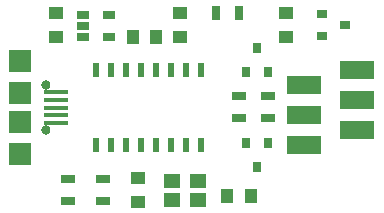
<source format=gbr>
G04 #@! TF.FileFunction,Soldermask,Top*
%FSLAX46Y46*%
G04 Gerber Fmt 4.6, Leading zero omitted, Abs format (unit mm)*
G04 Created by KiCad (PCBNEW 4.0.7-e2-6376~58~ubuntu16.04.1) date Sun Mar  4 02:19:13 2018*
%MOMM*%
%LPD*%
G01*
G04 APERTURE LIST*
%ADD10C,0.100000*%
%ADD11R,1.250000X1.000000*%
%ADD12R,1.000000X1.250000*%
%ADD13R,0.700000X1.300000*%
%ADD14R,1.897380X1.897380*%
%ADD15R,2.000000X0.398780*%
%ADD16C,0.797560*%
%ADD17R,0.800000X0.900000*%
%ADD18R,1.300000X0.700000*%
%ADD19R,1.060000X0.650000*%
%ADD20R,0.508000X1.143000*%
%ADD21R,1.400000X1.150000*%
%ADD22R,3.000000X1.500000*%
%ADD23R,0.900000X0.800000*%
G04 APERTURE END LIST*
D10*
D11*
X139500000Y-106000000D03*
X139500000Y-104000000D03*
D12*
X146000000Y-106000000D03*
X148000000Y-106000000D03*
D11*
X150000000Y-104000000D03*
X150000000Y-106000000D03*
X159000000Y-104000000D03*
X159000000Y-106000000D03*
X146500000Y-120000000D03*
X146500000Y-118000000D03*
D12*
X156000000Y-119500000D03*
X154000000Y-119500000D03*
D13*
X155000000Y-104000000D03*
X153100000Y-104000000D03*
D14*
X136500000Y-110801120D03*
X136500000Y-113198880D03*
X136500000Y-115949700D03*
X136500000Y-108050300D03*
D15*
X139500000Y-110699520D03*
X139500000Y-111352300D03*
X139500000Y-112000000D03*
X139500000Y-112647700D03*
X139500000Y-113300480D03*
D16*
X138646300Y-113897380D03*
X138648840Y-110100080D03*
D17*
X155600000Y-109000000D03*
X157500000Y-109000000D03*
X156550000Y-107000000D03*
X157500000Y-115000000D03*
X155600000Y-115000000D03*
X156550000Y-117000000D03*
D18*
X140500000Y-119950000D03*
X140500000Y-118050000D03*
X143500000Y-119950000D03*
X143500000Y-118050000D03*
X155000000Y-112900000D03*
X155000000Y-111000000D03*
X157500000Y-112900000D03*
X157500000Y-111000000D03*
D19*
X141800000Y-104150000D03*
X141800000Y-105100000D03*
X141800000Y-106050000D03*
X144000000Y-106050000D03*
X144000000Y-104150000D03*
D20*
X142920000Y-108825000D03*
X145460000Y-108825000D03*
X146730000Y-108825000D03*
X148000000Y-108825000D03*
X149270000Y-108825000D03*
X150540000Y-108825000D03*
X151810000Y-108825000D03*
X151810000Y-115175000D03*
X150540000Y-115175000D03*
X149270000Y-115175000D03*
X148000000Y-115175000D03*
X146730000Y-115175000D03*
X145460000Y-115175000D03*
X144190000Y-115175000D03*
X142920000Y-115175000D03*
X144190000Y-108825000D03*
D21*
X149300000Y-119800000D03*
X151500000Y-119800000D03*
X151500000Y-118200000D03*
X149300000Y-118200000D03*
D22*
X160500000Y-115175000D03*
X165000000Y-113905000D03*
X160500000Y-112635000D03*
X165000000Y-111365000D03*
X160500000Y-110095000D03*
X165000000Y-108825000D03*
D23*
X162000000Y-104050000D03*
X162000000Y-105950000D03*
X164000000Y-105000000D03*
M02*

</source>
